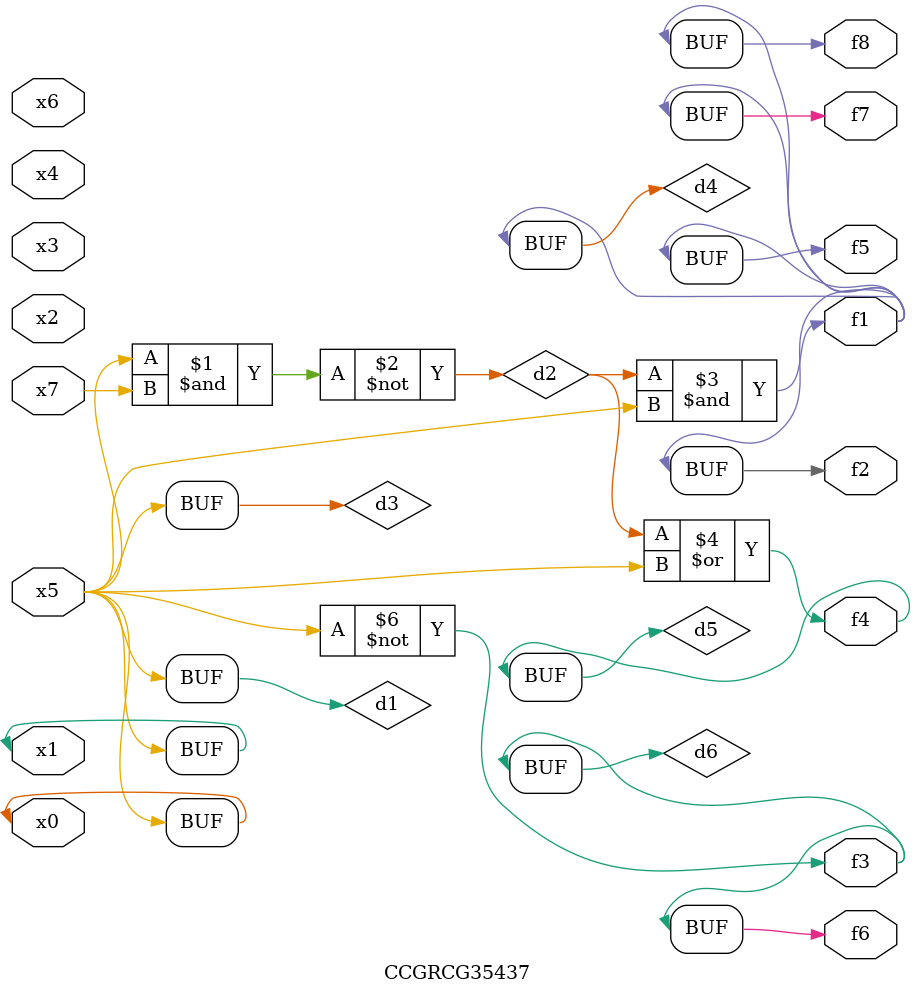
<source format=v>
module CCGRCG35437(
	input x0, x1, x2, x3, x4, x5, x6, x7,
	output f1, f2, f3, f4, f5, f6, f7, f8
);

	wire d1, d2, d3, d4, d5, d6;

	buf (d1, x0, x5);
	nand (d2, x5, x7);
	buf (d3, x0, x1);
	and (d4, d2, d3);
	or (d5, d2, d3);
	nor (d6, d1, d3);
	assign f1 = d4;
	assign f2 = d4;
	assign f3 = d6;
	assign f4 = d5;
	assign f5 = d4;
	assign f6 = d6;
	assign f7 = d4;
	assign f8 = d4;
endmodule

</source>
